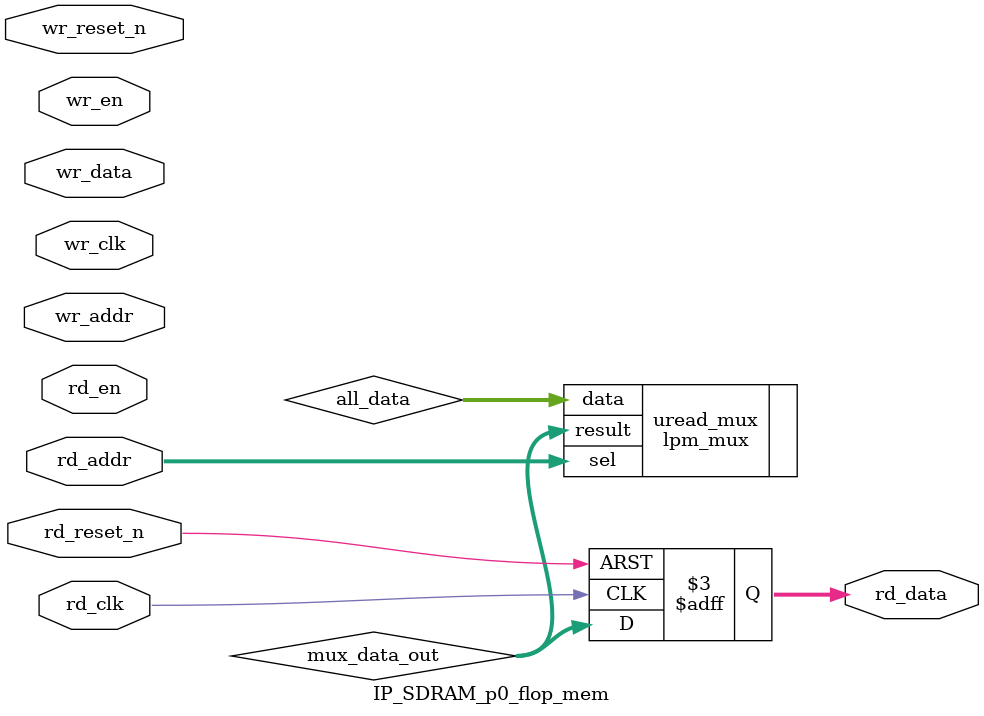
<source format=v>



`timescale 1 ps / 1 ps

(* altera_attribute = "-name ALLOW_SYNCH_CTRL_USAGE ON;-name AUTO_CLOCK_ENABLE_RECOGNITION ON" *)
module IP_SDRAM_p0_flop_mem(
	wr_reset_n,
	wr_clk,
	wr_en,
	wr_addr,
	wr_data,
	rd_reset_n,
	rd_clk,
	rd_en,
	rd_addr,
	rd_data
);

parameter WRITE_MEM_DEPTH	= "";
parameter WRITE_ADDR_WIDTH	= "";
parameter WRITE_DATA_WIDTH	= "";
parameter READ_MEM_DEPTH	= "";
parameter READ_ADDR_WIDTH	= "";		 
parameter READ_DATA_WIDTH	= "";


input	wr_reset_n;
input	wr_clk;
input	wr_en;
input	[WRITE_ADDR_WIDTH-1:0] wr_addr;
input	[WRITE_DATA_WIDTH-1:0] wr_data;
input	rd_reset_n;
input	rd_clk;
input	rd_en;
input	[READ_ADDR_WIDTH-1:0] rd_addr;
output	[READ_DATA_WIDTH-1:0] rd_data;



wire	[WRITE_DATA_WIDTH*WRITE_MEM_DEPTH-1:0] all_data;
wire	[READ_DATA_WIDTH-1:0] mux_data_out;



// declare a memory with WRITE_MEM_DEPTH entries
// each entry contains a data size of WRITE_DATA_WIDTH
reg	[WRITE_DATA_WIDTH-1:0] data_stored [0:WRITE_MEM_DEPTH-1] /* synthesis syn_preserve = 1 */;
reg	[READ_DATA_WIDTH-1:0] rd_data;

generate
genvar entry;
	for (entry=0; entry < WRITE_MEM_DEPTH; entry=entry+1)
	begin: mem_location
		assign all_data[(WRITE_DATA_WIDTH*(entry+1)-1) : (WRITE_DATA_WIDTH*entry)] = data_stored[entry]; 
		
		always @(posedge wr_clk or negedge wr_reset_n)
		begin
			if (~wr_reset_n) begin
				data_stored[entry] <= {WRITE_DATA_WIDTH{1'b0}};
			end else begin
				if (wr_en) begin
					if (entry == wr_addr) begin
						data_stored[entry] <= wr_data;
					end
				end
			end
		end		
	end
endgenerate

// mux to select the correct output data based on read address
lpm_mux	uread_mux(
	.sel (rd_addr),
	.data (all_data),
	.result (mux_data_out)
	// synopsys translate_off
	,
	.aclr (),
	.clken (),
	.clock ()
	// synopsys translate_on
	);
 defparam uread_mux.lpm_size = READ_MEM_DEPTH;
 defparam uread_mux.lpm_type = "LPM_MUX";
 defparam uread_mux.lpm_width = READ_DATA_WIDTH;
 defparam uread_mux.lpm_widths = READ_ADDR_WIDTH;

always @(posedge rd_clk or negedge rd_reset_n)	
begin
	if (~rd_reset_n) begin
		rd_data <= {READ_DATA_WIDTH{1'b0}};
	end else begin
		rd_data <= mux_data_out;
	end
end

endmodule

</source>
